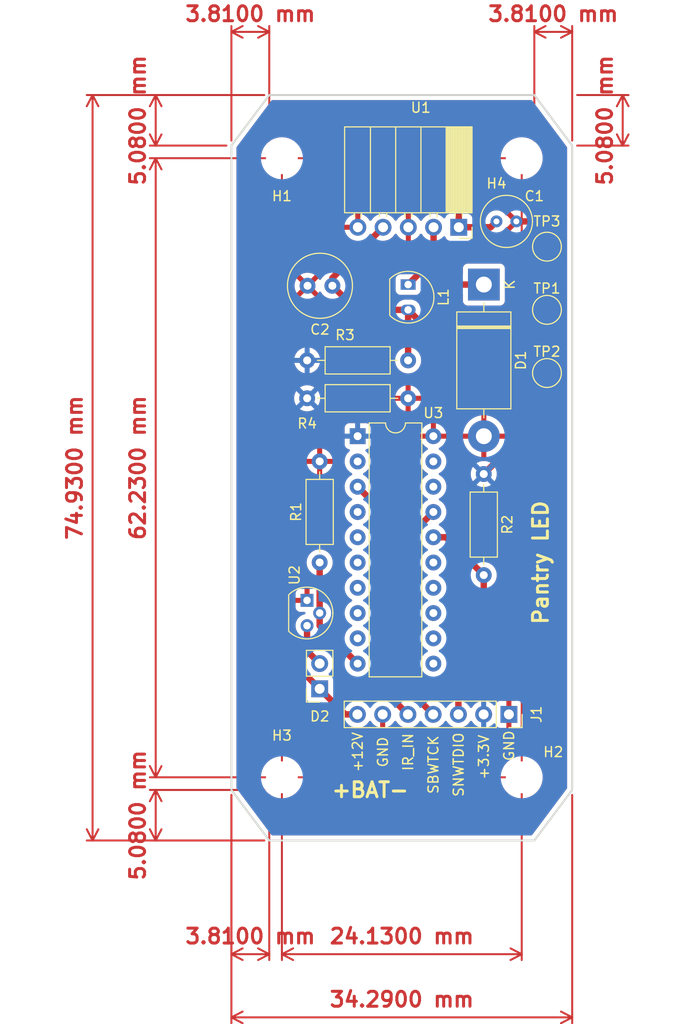
<source format=kicad_pcb>
(kicad_pcb (version 20211014) (generator pcbnew)
  (layers (0 "F.Cu" signal) (31 "B.Cu" signal) (34 "B.Paste" user) (35 "F.Paste" user) (36 "B.SilkS" user "B.Silkscreen") (37 "F.SilkS" user "F.Silkscreen") (38 "B.Mask" user) (39 "F.Mask" user) (44 "Edge.Cuts" user))
  (net 0 "")
  (net 1 "+12V")
  (net 2 "GND")
  (net 3 "+5V")
  (net 4 "Net-(D1-Pad1)")
  (net 5 "Net-(R1-Pad1)")
  (net 6 "+3.3V")
  (net 7 "SBWTDIO")
  (net 20 "SBWTCK")
  (net 23 "Net-(D2-Pad2)")
  (net 24 "Net-(U3-Pad3)")
  (footprint "Connector_PinSocket_2.54mm:PinSocket_1x07_P2.54mm_Vertical" (layer "F.Cu") (at 152.38 106.705 -90)
    (fp_text reference "J1" (at 0 -2.77 90) (layer "F.SilkS"))
    (fp_text value "Conn_01x06_Male")
    (fp_line (start -1.33 1.27) (end -1.33 16.57) (layer "F.SilkS") (width 0.12))
    (fp_line (start 0 -1.33) (end 1.33 -1.33) (layer "F.SilkS") (width 0.12))
    (fp_line (start -1.33 1.27) (end 1.33 1.27) (layer "F.SilkS") (width 0.12))
    (fp_line (start 1.33 -1.33) (end 1.33 0) (layer "F.SilkS") (width 0.12))
    (fp_line (start 1.33 1.27) (end 1.33 16.57) (layer "F.SilkS") (width 0.12))
    (fp_line (start -1.33 16.57) (end 1.33 16.57) (layer "F.SilkS") (width 0.12))
    (pad "1" thru_hole rect (at 0 0 270) (size 1.7 1.7) (drill 1) (layers *.Cu *.Mask) (net 2 "GND"))
    (pad "2" thru_hole oval (at 0 2.54 270) (size 1.7 1.7) (drill 1) (layers *.Cu *.Mask) (net 6 "+3.3V"))
    (pad "3" thru_hole oval (at 0 5.08 270) (size 1.7 1.7) (drill 1) (layers *.Cu *.Mask) (net 7 "SBWTDIO"))
    (pad "4" thru_hole oval (at 0 7.62 270) (size 1.7 1.7) (drill 1) (layers *.Cu *.Mask) (net 20 "SBWTCK"))
    (pad "5" thru_hole oval (at 0 10.16 270) (size 1.7 1.7) (drill 1) (layers *.Cu *.Mask) (net 24 "Net-(U3-Pad3)"))
    (pad "6" thru_hole oval (at 0 12.7 270) (size 1.7 1.7) (drill 1) (layers *.Cu *.Mask) (net 2 "GND"))
    (pad "7" thru_hole oval (at 0 15.24 270) (size 1.7 1.7) (drill 1) (layers *.Cu *.Mask) (net 1 "+12V"))
  )
  (footprint "Diode_THT:D_DO-201AD_P15.24mm_Horizontal" (layer "F.Cu") (at 149.86 63.5 -90)
    (fp_text reference "D1" (at 7.62 -3.72 90) (layer "F.SilkS"))
    (fp_text value "1N5822")
    (fp_text user "K" (at 0 -2.6 90) (layer "F.SilkS"))
    (fp_line (start 13.4 0) (end 12.49 0) (layer "F.SilkS") (width 0.12))
    (fp_line (start 1.84 0) (end 2.75 0) (layer "F.SilkS") (width 0.12))
    (fp_line (start 12.49 -2.72) (end 2.75 -2.72) (layer "F.SilkS") (width 0.12))
    (fp_line (start 2.75 2.72) (end 12.49 2.72) (layer "F.SilkS") (width 0.12))
    (fp_line (start 4.175 -2.72) (end 4.175 2.72) (layer "F.SilkS") (width 0.12))
    (fp_line (start 4.295 -2.72) (end 4.295 2.72) (layer "F.SilkS") (width 0.12))
    (fp_line (start 12.49 2.72) (end 12.49 -2.72) (layer "F.SilkS") (width 0.12))
    (fp_line (start 2.75 -2.72) (end 2.75 2.72) (layer "F.SilkS") (width 0.12))
    (fp_line (start 4.415 -2.72) (end 4.415 2.72) (layer "F.SilkS") (width 0.12))
    (pad "1" thru_hole rect (at 0 0 270) (size 3.2 3.2) (drill 1.6) (layers *.Cu *.Mask) (net 4 "Net-(D1-Pad1)"))
    (pad "2" thru_hole oval (at 15.24 0 270) (size 3.2 3.2) (drill 1.6) (layers *.Cu *.Mask) (net 2 "GND"))
  )
  (footprint "MountingHole:MountingHole_3.2mm_M3" (layer "F.Cu") (at 129.54 113.03)
    (fp_text reference "H3" (at 0 -4.2) (layer "F.SilkS"))
    (fp_text value "MountingHole")
    (pad "" np_thru_hole circle (at 0 0) (size 3.2 3.2) (drill 3.2) (layers *.Cu *.Mask))
  )
  (footprint "MountingHole:MountingHole_3.2mm_M3" (layer "F.Cu") (at 153.67 50.8)
    (fp_text reference "H4" (at -2.54 2.54) (layer "F.SilkS"))
    (fp_text value "MountingHole")
    (pad "" np_thru_hole circle (at 0 0) (size 3.2 3.2) (drill 3.2) (layers *.Cu *.Mask))
  )
  (footprint "Connector_PinSocket_2.54mm:PinSocket_1x02_P2.54mm_Vertical" (layer "F.Cu") (at 133.34 104.135 180)
    (fp_text reference "D2" (at -0.01 -2.77) (layer "F.SilkS"))
    (fp_text value "LED")
    (fp_line (start -1.33 3.87) (end 1.33 3.87) (layer "F.SilkS") (width 0.12))
    (fp_line (start 1.33 1.27) (end 1.33 3.87) (layer "F.SilkS") (width 0.12))
    (fp_line (start 1.33 -1.33) (end 1.33 0) (layer "F.SilkS") (width 0.12))
    (fp_line (start -1.33 1.27) (end 1.33 1.27) (layer "F.SilkS") (width 0.12))
    (fp_line (start 0 -1.33) (end 1.33 -1.33) (layer "F.SilkS") (width 0.12))
    (fp_line (start -1.33 1.27) (end -1.33 3.87) (layer "F.SilkS") (width 0.12))
    (pad "1" thru_hole rect (at 0 0 180) (size 1.7 1.7) (drill 1) (layers *.Cu *.Mask) (net 1 "+12V"))
    (pad "2" thru_hole oval (at 0 2.54 180) (size 1.7 1.7) (drill 1) (layers *.Cu *.Mask) (net 23 "Net-(D2-Pad2)"))
  )
  (footprint "Connector_PinSocket_2.54mm:PinSocket_1x05_P2.54mm_Horizontal" (layer "F.Cu") (at 147.34 57.74 -90)
    (fp_text reference "U1" (at -12.02 3.83 180) (layer "F.SilkS"))
    (fp_text value "LM2576HVS-3.3")
    (fp_line (start -1.46 0.36) (end -1.11 0.36) (layer "F.SilkS") (width 0.12))
    (fp_line (start -10.09 -1.21) (end -1.46 -1.21) (layer "F.SilkS") (width 0.12))
    (fp_line (start -1.46 7.98) (end -1.05 7.98) (layer "F.SilkS") (width 0.12))
    (fp_line (start -1.46 4.72) (end -1.05 4.72) (layer "F.SilkS") (width 0.12))
    (fp_line (start -10.09 -0.147145) (end -1.46 -0.147145) (layer "F.SilkS") (width 0.12))
    (fp_line (start -10.09 -0.383335) (end -1.46 -0.383335) (layer "F.SilkS") (width 0.12))
    (fp_line (start -10.09 1.1519) (end -1.46 1.1519) (layer "F.SilkS") (width 0.12))
    (fp_line (start -1.46 -0.36) (end -1.11 -0.36) (layer "F.SilkS") (width 0.12))
    (fp_line (start -1.46 9.8) (end -1.05 9.8) (layer "F.SilkS") (width 0.12))
    (fp_line (start -10.09 -0.02905) (end -1.46 -0.02905) (layer "F.SilkS") (width 0.12))
    (fp_line (start -10.09 3.81) (end -1.46 3.81) (layer "F.SilkS") (width 0.12))
    (fp_line (start -1.46 7.26) (end -1.05 7.26) (layer "F.SilkS") (width 0.12))
    (fp_line (start -10.09 6.35) (end -1.46 6.35) (layer "F.SilkS") (width 0.12))
    (fp_line (start -10.09 1.033805) (end -1.46 1.033805) (layer "F.SilkS") (width 0.12))
    (fp_line (start -10.09 -0.26524) (end -1.46 -0.26524) (layer "F.SilkS") (width 0.12))
    (fp_line (start -1.46 10.52) (end -1.05 10.52) (layer "F.SilkS") (width 0.12))
    (fp_line (start -10.09 -1.33) (end -1.46 -1.33) (layer "F.SilkS") (width 0.12))
    (fp_line (start -1.46 2.18) (end -1.05 2.18) (layer "F.SilkS") (width 0.12))
    (fp_line (start -1.46 2.9) (end -1.05 2.9) (layer "F.SilkS") (width 0.12))
    (fp_line (start 0 -1.33) (end 1.11 -1.33) (layer "F.SilkS") (width 0.12))
    (fp_line (start -10.09 11.49) (end -1.46 11.49) (layer "F.SilkS") (width 0.12))
    (fp_line (start -10.09 -0.619525) (end -1.46 -0.619525) (layer "F.SilkS") (width 0.12))
    (fp_line (start -10.09 -1.33) (end -10.09 11.49) (layer "F.SilkS") (width 0.12))
    (fp_line (start -10.09 0.797615) (end -1.46 0.797615) (layer "F.SilkS") (width 0.12))
    (fp_line (start -10.09 0.325235) (end -1.46 0.325235) (layer "F.SilkS") (width 0.12))
    (fp_line (start -10.09 1.27) (end -1.46 1.27) (layer "F.SilkS") (width 0.12))
    (fp_line (start -10.09 -0.97381) (end -1.46 -0.97381) (layer "F.SilkS") (width 0.12))
    (fp_line (start -10.09 0.91571) (end -1.46 0.91571) (layer "F.SilkS") (width 0.12))
    (fp_line (start -10.09 8.89) (end -1.46 8.89) (layer "F.SilkS") (width 0.12))
    (fp_line (start -10.09 -0.73762) (end -1.46 -0.73762) (layer "F.SilkS") (width 0.12))
    (fp_line (start -1.46 5.44) (end -1.05 5.44) (layer "F.SilkS") (width 0.12))
    (fp_line (start -10.09 -1.091905) (end -1.46 -1.091905) (layer "F.SilkS") (width 0.12))
    (fp_line (start -10.09 0.089045) (end -1.46 0.089045) (layer "F.SilkS") (width 0.12))
    (fp_line (start -10.09 -0.50143) (end -1.46 -0.50143) (layer "F.SilkS") (width 0.12))
    (fp_line (start -1.46 -1.33) (end -1.46 11.49) (layer "F.SilkS") (width 0.12))
    (fp_line (start -10.09 0.44333) (end -1.46 0.44333) (layer "F.SilkS") (width 0.12))
    (fp_line (start 1.11 -1.33) (end 1.11 0) (layer "F.SilkS") (width 0.12))
    (fp_line (start -10.09 0.20714) (end -1.46 0.20714) (layer "F.SilkS") (width 0.12))
    (fp_line (start -10.09 0.561425) (end -1.46 0.561425) (layer "F.SilkS") (width 0.12))
    (fp_line (start -10.09 0.67952) (end -1.46 0.67952) (layer "F.SilkS") (width 0.12))
    (fp_line (start -10.09 -0.855715) (end -1.46 -0.855715) (layer "F.SilkS") (width 0.12))
    (pad "1" thru_hole rect (at 0 0 270) (size 1.7 1.7) (drill 1) (layers *.Cu *.Mask) (net 1 "+12V"))
    (pad "2" thru_hole oval (at 0 2.54 270) (size 1.7 1.7) (drill 1) (layers *.Cu *.Mask) (net 4 "Net-(D1-Pad1)"))
    (pad "3" thru_hole oval (at 0 5.08 270) (size 1.7 1.7) (drill 1) (layers *.Cu *.Mask) (net 2 "GND"))
    (pad "4" thru_hole oval (at 0 7.62 270) (size 1.7 1.7) (drill 1) (layers *.Cu *.Mask) (net 3 "+5V"))
    (pad "5" thru_hole oval (at 0 10.16 270) (size 1.7 1.7) (drill 1) (layers *.Cu *.Mask) (net 2 "GND"))
  )
  (footprint "TestPoint:TestPoint_Pad_D2.5mm" (layer "F.Cu") (at 156.21 59.69)
    (fp_text reference "TP3" (at 0 -2.54) (layer "F.SilkS"))
    (fp_text value "GND")
    (fp_circle (center 0 0) (end 0 1.45) (layer "F.SilkS") (width 0.12) (fill none))
    (pad "1" smd circle (at 0 0) (size 2.5 2.5) (layers "F.Cu" "F.Mask") (net 2 "GND"))
  )
  (footprint "TestPoint:TestPoint_Pad_D2.5mm" (layer "F.Cu") (at 156.21 72.39)
    (fp_text reference "TP2" (at 0 -2.148) (layer "F.SilkS"))
    (fp_text value "3.3V Rail")
    (fp_circle (center 0 0) (end 0 1.45) (layer "F.SilkS") (width 0.12) (fill none))
    (pad "1" smd circle (at 0 0) (size 2.5 2.5) (layers "F.Cu" "F.Mask") (net 6 "+3.3V"))
  )
  (footprint "Resistor_THT:R_Axial_DIN0207_L6.3mm_D2.5mm_P10.16mm_Horizontal" (layer "F.Cu") (at 149.85 82.545 -90)
    (fp_text reference "R2" (at 5.08 -2.37 -90) (layer "F.SilkS"))
    (fp_text value "1k")
    (fp_line (start 1.04 0) (end 1.81 0) (layer "F.SilkS") (width 0.12))
    (fp_line (start 1.81 -1.37) (end 1.81 1.37) (layer "F.SilkS") (width 0.12))
    (fp_line (start 8.35 1.37) (end 8.35 -1.37) (layer "F.SilkS") (width 0.12))
    (fp_line (start 1.81 1.37) (end 8.35 1.37) (layer "F.SilkS") (width 0.12))
    (fp_line (start 8.35 -1.37) (end 1.81 -1.37) (layer "F.SilkS") (width 0.12))
    (fp_line (start 9.12 0) (end 8.35 0) (layer "F.SilkS") (width 0.12))
    (pad "1" thru_hole circle (at 0 0 270) (size 1.6 1.6) (drill 0.8) (layers *.Cu *.Mask) (net 6 "+3.3V"))
    (pad "2" thru_hole oval (at 10.16 0 270) (size 1.6 1.6) (drill 0.8) (layers *.Cu *.Mask) (net 7 "SBWTDIO"))
  )
  (footprint "Resistor_THT:R_Axial_DIN0207_L6.3mm_D2.5mm_P10.16mm_Horizontal" (layer "F.Cu") (at 133.34 91.435 90)
    (fp_text reference "R1" (at 5.08 -2.37 90) (layer "F.SilkS"))
    (fp_text value "1k")
    (fp_line (start 9.12 0) (end 8.35 0) (layer "F.SilkS") (width 0.12))
    (fp_line (start 1.04 0) (end 1.81 0) (layer "F.SilkS") (width 0.12))
    (fp_line (start 1.81 -1.37) (end 1.81 1.37) (layer "F.SilkS") (width 0.12))
    (fp_line (start 8.35 -1.37) (end 1.81 -1.37) (layer "F.SilkS") (width 0.12))
    (fp_line (start 8.35 1.37) (end 8.35 -1.37) (layer "F.SilkS") (width 0.12))
    (fp_line (start 1.81 1.37) (end 8.35 1.37) (layer "F.SilkS") (width 0.12))
    (pad "1" thru_hole circle (at 0 0 90) (size 1.6 1.6) (drill 0.8) (layers *.Cu *.Mask) (net 5 "Net-(R1-Pad1)"))
    (pad "2" thru_hole oval (at 10.16 0 90) (size 1.6 1.6) (drill 0.8) (layers *.Cu *.Mask) (net 2 "GND"))
  )
  (footprint "Package_TO_SOT_THT:TO-92" (layer "F.Cu") (at 132.07 95.245 -90)
    (fp_text reference "U2" (at -2.535 1.26 90) (layer "F.SilkS"))
    (fp_text value "VN2106N3-G ")
    (fp_line (start -0.53 1.85) (end 3.07 1.85) (layer "F.SilkS") (width 0.12))
    (fp_arc (start 1.27 -2.6) (mid 3.672087 -0.994977) (end 3.108478 1.838478) (layer "F.SilkS") (width 0.12))
    (fp_arc (start -0.568478 1.838478) (mid -1.132087 -0.994977) (end 1.27 -2.6) (layer "F.SilkS") (width 0.12))
    (pad "1" thru_hole rect (at 0 0 270) (size 1.3 1.3) (drill 0.75) (layers *.Cu *.Mask) (net 2 "GND"))
    (pad "2" thru_hole circle (at 1.27 -1.27 270) (size 1.3 1.3) (drill 0.75) (layers *.Cu *.Mask) (net 5 "Net-(R1-Pad1)"))
    (pad "3" thru_hole circle (at 2.54 0 270) (size 1.3 1.3) (drill 0.75) (layers *.Cu *.Mask) (net 23 "Net-(D2-Pad2)"))
  )
  (footprint "TestPoint:TestPoint_Pad_D2.5mm" (layer "F.Cu") (at 156.21 66.04)
    (fp_text reference "TP1" (at 0 -2.148) (layer "F.SilkS"))
    (fp_text value "5V Rail")
    (fp_circle (center 0 0) (end 0 1.45) (layer "F.SilkS") (width 0.12) (fill none))
    (pad "1" smd circle (at 0 0) (size 2.5 2.5) (layers "F.Cu" "F.Mask") (net 3 "+5V"))
  )
  (footprint "MountingHole:MountingHole_3.2mm_M3" (layer "F.Cu") (at 129.54 50.8)
    (fp_text reference "H1" (at 0 3.81) (layer "F.SilkS"))
    (fp_text value "MountingHole")
    (pad "" np_thru_hole circle (at 0 0) (size 3.2 3.2) (drill 3.2) (layers *.Cu *.Mask))
  )
  (footprint "MountingHole:MountingHole_3.2mm_M3" (layer "F.Cu") (at 153.67 113.03)
    (fp_text reference "H2" (at 3.175 -2.54) (layer "F.SilkS"))
    (fp_text value "MountingHole")
    (pad "" np_thru_hole circle locked (at 0 0) (size 3.2 3.2) (drill 3.2) (layers *.Cu *.Mask))
  )
  (footprint "Capacitor_THT:C_Radial_D6.3mm_H5.0mm_P2.50mm" (layer "F.Cu") (at 134.62 63.62 180)
    (fp_text reference "C2" (at 1.25 -4.4) (layer "F.SilkS"))
    (fp_text value "1000u")
    (fp_circle (center 1.25 0) (end 4.52 0) (layer "F.SilkS") (width 0.12) (fill none))
    (pad "1" thru_hole circle (at 0 0 180) (size 1.6 1.6) (drill 0.8) (layers *.Cu *.Mask) (net 3 "+5V"))
    (pad "2" thru_hole circle (at 2.5 0 180) (size 1.6 1.6) (drill 0.8) (layers *.Cu *.Mask) (net 2 "GND"))
  )
  (footprint "Package_TO_SOT_THT:TO-92-2" (layer "F.Cu") (at 142.24 63.5 -90)
    (fp_text reference "L1" (at 1.27 -3.56 90) (layer "F.SilkS"))
    (fp_text value "100u")
    (fp_line (start -0.53 1.85) (end 3.07 1.85) (layer "F.SilkS") (width 0.12))
    (fp_arc (start 1.27 -2.6) (mid 3.672087 -0.994977) (end 3.108478 1.838478) (layer "F.SilkS") (width 0.12))
    (fp_arc (start -0.568478 1.838478) (mid -1.132087 -0.994977) (end 1.27 -2.6) (layer "F.SilkS") (width 0.12))
    (pad "1" thru_hole rect (at 0 0 270) (size 1.05 1.5) (drill 0.75) (layers *.Cu *.Mask) (net 4 "Net-(D1-Pad1)"))
    (pad "2" thru_hole oval (at 2.54 0 270) (size 1.05 1.5) (drill 0.75) (layers *.Cu *.Mask) (net 3 "+5V"))
  )
  (footprint "Capacitor_THT:C_Radial_D5.0mm_H7.0mm_P2.00mm" (layer "F.Cu") (at 151.13 57.15)
    (fp_text reference "C1" (at 3.81 -2.54) (layer "F.SilkS"))
    (fp_text value "100u")
    (fp_circle (center 1 0) (end 3.62 0) (layer "F.SilkS") (width 0.12) (fill none))
    (pad "1" thru_hole circle (at 0 0) (size 1.2 1.2) (drill 0.6) (layers *.Cu *.Mask) (net 1 "+12V"))
    (pad "2" thru_hole circle (at 2 0) (size 1.2 1.2) (drill 0.6) (layers *.Cu *.Mask) (net 2 "GND"))
  )
  (footprint "Resistor_THT:R_Axial_DIN0207_L6.3mm_D2.5mm_P10.16mm_Horizontal" (layer "F.Cu") (at 142.24 71.12 180)
    (fp_text reference "R3" (at 6.35 2.54) (layer "F.SilkS"))
    (fp_text value "2k")
    (fp_line (start 1.81 -1.37) (end 1.81 1.37) (layer "F.SilkS") (width 0.12))
    (fp_line (start 1.04 0) (end 1.81 0) (layer "F.SilkS") (width 0.12))
    (fp_line (start 1.81 1.37) (end 8.35 1.37) (layer "F.SilkS") (width 0.12))
    (fp_line (start 9.12 0) (end 8.35 0) (layer "F.SilkS") (width 0.12))
    (fp_line (start 8.35 1.37) (end 8.35 -1.37) (layer "F.SilkS") (width 0.12))
    (fp_line (start 8.35 -1.37) (end 1.81 -1.37) (layer "F.SilkS") (width 0.12))
    (pad "1" thru_hole circle (at 0 0 180) (size 1.6 1.6) (drill 0.8) (layers *.Cu *.Mask) (net 3 "+5V"))
    (pad "2" thru_hole oval (at 10.16 0 180) (size 1.6 1.6) (drill 0.8) (layers *.Cu *.Mask) (net 6 "+3.3V"))
  )
  (footprint "Resistor_THT:R_Axial_DIN0207_L6.3mm_D2.5mm_P10.16mm_Horizontal" (layer "F.Cu") (at 132.08 74.93)
    (fp_text reference "R4" (at 0 2.54) (layer "F.SilkS"))
    (fp_text value "4k")
    (fp_line (start 1.81 1.37) (end 8.35 1.37) (layer "F.SilkS") (width 0.12))
    (fp_line (start 9.12 0) (end 8.35 0) (layer "F.SilkS") (width 0.12))
    (fp_line (start 8.35 1.37) (end 8.35 -1.37) (layer "F.SilkS") (width 0.12))
    (fp_line (start 1.04 0) (end 1.81 0) (layer "F.SilkS") (width 0.12))
    (fp_line (start 1.81 -1.37) (end 1.81 1.37) (layer "F.SilkS") (width 0.12))
    (fp_line (start 8.35 -1.37) (end 1.81 -1.37) (layer "F.SilkS") (width 0.12))
    (pad "1" thru_hole circle (at 0 0) (size 1.6 1.6) (drill 0.8) (layers *.Cu *.Mask) (net 6 "+3.3V"))
    (pad "2" thru_hole oval (at 10.16 0) (size 1.6 1.6) (drill 0.8) (layers *.Cu *.Mask) (net 2 "GND"))
  )
  (footprint "Package_DIP:DIP-20_W7.62mm" (layer "F.Cu") (at 137.16 78.74)
    (fp_text reference "U3" (at 7.62 -2.33) (layer "F.SilkS"))
    (fp_text value "MSP430G2202IN20")
    (fp_line (start 2.81 -1.33) (end 1.16 -1.33) (layer "F.SilkS") (width 0.12))
    (fp_line (start 1.16 24.19) (end 6.46 24.19) (layer "F.SilkS") (width 0.12))
    (fp_line (start 6.46 -1.33) (end 4.81 -1.33) (layer "F.SilkS") (width 0.12))
    (fp_line (start 1.16 -1.33) (end 1.16 24.19) (layer "F.SilkS") (width 0.12))
    (fp_line (start 6.46 24.19) (end 6.46 -1.33) (layer "F.SilkS") (width 0.12))
    (fp_arc (start 4.81 -1.33) (mid 3.81 -0.33) (end 2.81 -1.33) (layer "F.SilkS") (width 0.12))
    (pad "1" thru_hole rect (at 0 0) (size 1.6 1.6) (drill 0.8) (layers *.Cu *.Mask) (net 6 "+3.3V"))
    (pad "2" thru_hole oval (at 0 2.54) (size 1.6 1.6) (drill 0.8) (layers *.Cu *.Mask))
    (pad "3" thru_hole oval (at 0 5.08) (size 1.6 1.6) (drill 0.8) (layers *.Cu *.Mask) (net 24 "Net-(U3-Pad3)"))
    (pad "4" thru_hole oval (at 0 7.62) (size 1.6 1.6) (drill 0.8) (layers *.Cu *.Mask))
    (pad "5" thru_hole oval (at 0 10.16) (size 1.6 1.6) (drill 0.8) (layers *.Cu *.Mask))
    (pad "6" thru_hole oval (at 0 12.7) (size 1.6 1.6) (drill 0.8) (layers *.Cu *.Mask))
    (pad "7" thru_hole oval (at 0 15.24) (size 1.6 1.6) (drill 0.8) (layers *.Cu *.Mask))
    (pad "8" thru_hole oval (at 0 17.78) (size 1.6 1.6) (drill 0.8) (layers *.Cu *.Mask))
    (pad "9" thru_hole oval (at 0 20.32) (size 1.6 1.6) (drill 0.8) (layers *.Cu *.Mask))
    (pad "10" thru_hole oval (at 0 22.86) (size 1.6 1.6) (drill 0.8) (layers *.Cu *.Mask) (net 5 "Net-(R1-Pad1)"))
    (pad "11" thru_hole oval (at 7.62 22.86) (size 1.6 1.6) (drill 0.8) (layers *.Cu *.Mask))
    (pad "12" thru_hole oval (at 7.62 20.32) (size 1.6 1.6) (drill 0.8) (layers *.Cu *.Mask))
    (pad "13" thru_hole oval (at 7.62 17.78) (size 1.6 1.6) (drill 0.8) (layers *.Cu *.Mask))
    (pad "14" thru_hole oval (at 7.62 15.24) (size 1.6 1.6) (drill 0.8) (layers *.Cu *.Mask))
    (pad "15" thru_hole oval (at 7.62 12.7) (size 1.6 1.6) (drill 0.8) (layers *.Cu *.Mask))
    (pad "16" thru_hole oval (at 7.62 10.16) (size 1.6 1.6) (drill 0.8) (layers *.Cu *.Mask) (net 7 "SBWTDIO"))
    (pad "17" thru_hole oval (at 7.62 7.62) (size 1.6 1.6) (drill 0.8) (layers *.Cu *.Mask) (net 20 "SBWTCK"))
    (pad "18" thru_hole oval (at 7.62 5.08) (size 1.6 1.6) (drill 0.8) (layers *.Cu *.Mask))
    (pad "19" thru_hole oval (at 7.62 2.54) (size 1.6 1.6) (drill 0.8) (layers *.Cu *.Mask))
    (pad "20" thru_hole oval (at 7.62 0) (size 1.6 1.6) (drill 0.8) (layers *.Cu *.Mask) (net 2 "GND"))
  )
  (gr_rect (start 129.54 50.8) (end 153.67 113.03) (layer "F.Cu") (width 0.2) (fill none))
  (gr_poly (pts (xy 158.75 49.53) (xy 158.75 114.3) (xy 154.94 119.38) (xy 128.27 119.38) (xy 124.46 114.3) (xy 124.46 49.53) (xy 128.27 44.45) (xy 154.94 44.45)) (layer "Edge.Cuts") (width 0.2) (fill none))
  (gr_text "+12V" (at 137.16 110.49 90) (layer "F.SilkS") (effects (font (size 1 1))))
  (gr_text "IR_IN" (at 142.24 110.49 90) (layer "F.SilkS") (effects (font (size 1 1))))
  (gr_text "SNWTDIO" (at 147.32 111.76 90) (layer "F.SilkS") (effects (font (size 1 1))))
  (gr_text "+BAT-" (at 138.43 114.3) (layer "F.SilkS") (effects (font (size 1.5 1.5) (thickness 0.3))))
  (gr_text "  +3.3V" (at 149.86 111.76 90) (layer "F.SilkS") (effects (font (size 1 1))))
  (gr_text "GND" (at 152.4 109.855 90) (layer "F.SilkS") (effects (font (size 1 1))))
  (gr_text "SBWTCK" (at 144.78 111.76 90) (layer "F.SilkS") (effects (font (size 1 1))))
  (gr_text "GND" (at 139.7 110.49 90) (layer "F.SilkS") (effects (font (size 1 1))))
  (gr_text "Pantry LED" (at 155.575 91.44 90) (layer "F.SilkS") (effects (font (size 1.5 1.5) (thickness 0.3))))
  (dimension (type aligned) (layer "F.Cu") (pts (xy 128.27 119.38) (xy 128.27 44.45)) (height -17.78) (gr_text "74.9300 mm" (at 108.69 81.915 90) (layer "F.Cu") (effects (font (size 1.5 1.5) (thickness 0.3)))) (format (units 3) (units_format 1) (precision 4)) (style (thickness 0.2) (arrow_length 1.27) (text_position_mode 0) (extension_height 0.58642) (extension_offset 0.5) keep_text_aligned))
  (dimension (type aligned) (layer "F.Cu") (pts (xy 124.46 49.53) (xy 128.27 49.53)) (height -11.43) (gr_text "3.8100 mm" (at 126.365 36.3) (layer "F.Cu") (effects (font (size 1.5 1.5) (thickness 0.3)))) (format (units 3) (units_format 1) (precision 4)) (style (thickness 0.2) (arrow_length 1.27) (text_position_mode 0) (extension_height 0.58642) (extension_offset 0.5) keep_text_aligned))
  (dimension (type aligned) (layer "F.Cu") (pts (xy 124.46 49.53) (xy 124.46 44.45)) (height -7.62) (gr_text "5.0800 mm" (at 115.04 46.99 90) (layer "F.Cu") (effects (font (size 1.5 1.5) (thickness 0.3)))) (format (units 3) (units_format 1) (precision 4)) (style (thickness 0.2) (arrow_length 1.27) (text_position_mode 0) (extension_height 0.58642) (extension_offset 0.5) keep_text_aligned))
  (dimension (type aligned) (layer "F.Cu") (pts (xy 129.54 113.03) (xy 129.54 50.8)) (height -12.7) (gr_text "62.2300 mm" (at 115.04 81.915 90) (layer "F.Cu") (effects (font (size 1.5 1.5) (thickness 0.3)))) (format (units 3) (units_format 1) (precision 4)) (style (thickness 0.2) (arrow_length 1.27) (text_position_mode 0) (extension_height 0.58642) (extension_offset 0.5) keep_text_aligned))
  (dimension (type aligned) (layer "F.Cu") (pts (xy 158.75 49.53) (xy 158.75 44.45)) (height 5.08) (gr_text "5.0800 mm" (at 162.03 46.99 90) (layer "F.Cu") (effects (font (size 1.5 1.5) (thickness 0.3)))) (format (units 3) (units_format 1) (precision 4)) (style (thickness 0.2) (arrow_length 1.27) (text_position_mode 0) (extension_height 0.58642) (extension_offset 0.5) keep_text_aligned))
  (dimension (type aligned) (layer "F.Cu") (pts (xy 158.75 49.53) (xy 154.94 49.53)) (height 11.43) (gr_text "3.8100 mm" (at 156.845 36.3) (layer "F.Cu") (effects (font (size 1.5 1.5) (thickness 0.3)))) (format (units 3) (units_format 1) (precision 4)) (style (thickness 0.2) (arrow_length 1.27) (text_position_mode 0) (extension_height 0.58642) (extension_offset 0.5) keep_text_aligned))
  (dimension (type aligned) (layer "F.Cu") (pts (xy 129.54 113.03) (xy 153.67 113.03)) (height 17.78) (gr_text "24.1300 mm" (at 141.605 129.01) (layer "F.Cu") (effects (font (size 1.5 1.5) (thickness 0.3)))) (format (units 3) (units_format 1) (precision 4)) (style (thickness 0.2) (arrow_length 1.27) (text_position_mode 0) (extension_height 0.58642) (extension_offset 0.5) keep_text_aligned))
  (dimension (type aligned) (layer "F.Cu") (pts (xy 128.27 119.38) (xy 128.27 114.3)) (height -11.43) (gr_text "5.0800 mm" (at 115.04 116.84 90) (layer "F.Cu") (effects (font (size 1.5 1.5) (thickness 0.3)))) (format (units 3) (units_format 1) (precision 4)) (style (thickness 0.2) (arrow_length 1.27) (text_position_mode 0) (extension_height 0.58642) (extension_offset 0.5) keep_text_aligned))
  (dimension (type aligned) (layer "F.Cu") (pts (xy 124.46 114.3) (xy 158.75 114.3)) (height 22.86) (gr_text "34.2900 mm" (at 141.605 135.36) (layer "F.Cu") (effects (font (size 1.5 1.5) (thickness 0.3)))) (format (units 3) (units_format 1) (precision 4)) (style (thickness 0.2) (arrow_length 1.27) (text_position_mode 0) (extension_height 0.58642) (extension_offset 0.5) keep_text_aligned))
  (dimension (type aligned) (layer "F.Cu") (pts (xy 124.46 114.3) (xy 128.27 114.3)) (height 16.51) (gr_text "3.8100 mm" (at 126.365 129.01) (layer "F.Cu") (effects (font (size 1.5 1.5) (thickness 0.3)))) (format (units 3) (units_format 1) (precision 4)) (style (thickness 0.2) (arrow_length 1.27) (text_position_mode 0) (extension_height 0.58642) (extension_offset 0.5) keep_text_aligned))
  (segment (start 129.54 58.42) (end 129.54 100.335) (width 0.6438) (layer "F.Cu") (net 1))
  (segment (start 150.54 57.74) (end 151.13 57.15) (width 0.6438) (layer "F.Cu") (net 1))
  (segment (start 135.915 106.705) (end 137.14 106.705) (width 0.6438) (layer "F.Cu") (net 1))
  (segment (start 146.05 53.975) (end 133.985 53.975) (width 0.6438) (layer "F.Cu") (net 1))
  (segment (start 129.54 100.335) (end 133.34 104.135) (width 0.6438) (layer "F.Cu") (net 1))
  (segment (start 133.985 53.975) (end 129.54 58.42) (width 0.6438) (layer "F.Cu") (net 1))
  (segment (start 133.34 104.135) (end 135.885 106.68) (width 0.6438) (layer "F.Cu") (net 1))
  (segment (start 147.34 57.74) (end 147.34 55.265) (width 0.6438) (layer "F.Cu") (net 1))
  (segment (start 135.885 106.68) (end 135.89 106.68) (width 0.6438) (layer "F.Cu") (net 1))
  (segment (start 135.89 106.68) (end 135.915 106.705) (width 0.6438) (layer "F.Cu") (net 1))
  (segment (start 147.34 57.74) (end 150.54 57.74) (width 0.6438) (layer "F.Cu") (net 1))
  (segment (start 147.34 55.265) (end 146.05 53.975) (width 0.6438) (layer "F.Cu") (net 1))
  (segment (start 156.21 59.69) (end 156.21 58.42) (width 0.6438) (layer "F.Cu") (net 2))
  (segment (start 154.94 57.15) (end 153.13 57.15) (width 0.6438) (layer "F.Cu") (net 2))
  (segment (start 156.21 58.42) (end 154.94 57.15) (width 0.6438) (layer "F.Cu") (net 2))
  (segment (start 154.94 67.31) (end 156.21 66.04) (width 0.6438) (layer "F.Cu") (net 3))
  (segment (start 143.51 67.31) (end 154.94 67.31) (width 0.6438) (layer "F.Cu") (net 3))
  (segment (start 142.24 66.04) (end 142.24 71.12) (width 0.6438) (layer "F.Cu") (net 3))
  (segment (start 134.62 62.84) (end 139.72 57.74) (width 0.6438) (layer "F.Cu") (net 3))
  (segment (start 134.62 63.62) (end 134.62 62.84) (width 0.6438) (layer "F.Cu") (net 3))
  (segment (start 142.24 66.04) (end 143.51 67.31) (width 0.6438) (layer "F.Cu") (net 3))
  (segment (start 137.04 66.04) (end 142.24 66.04) (width 0.6438) (layer "F.Cu") (net 3))
  (segment (start 134.62 63.62) (end 137.04 66.04) (width 0.6438) (layer "F.Cu") (net 3))
  (segment (start 147.32 63.5) (end 149.86 63.5) (width 0.6438) (layer "F.Cu") (net 4))
  (segment (start 144.8 60.94) (end 144.78 60.96) (width 0.6438) (layer "F.Cu") (net 4))
  (segment (start 142.24 63.5) (end 144.8 60.94) (width 0.6438) (layer "F.Cu") (net 4))
  (segment (start 144.78 60.96) (end 147.32 63.5) (width 0.6438) (layer "F.Cu") (net 4))
  (segment (start 144.8 60.94) (end 144.8 57.74) (width 0.6438) (layer "F.Cu") (net 4))
  (segment (start 133.34 96.515) (end 133.34 91.435) (width 0.6438) (layer "F.Cu") (net 5))
  (segment (start 133.34 97.785) (end 137.155 101.6) (width 0.6438) (layer "F.Cu") (net 5))
  (segment (start 133.34 96.515) (end 133.34 97.785) (width 0.6438) (layer "F.Cu") (net 5))
  (segment (start 137.155 101.6) (end 137.16 101.6) (width 0.6438) (layer "F.Cu") (net 5))
  (segment (start 156.21 76.185) (end 156.21 72.39) (width 0.6438) (layer "F.Cu") (net 6))
  (segment (start 149.85 82.545) (end 156.21 76.185) (width 0.6438) (layer "F.Cu") (net 6))
  (segment (start 146.045 88.9) (end 149.85 92.705) (width 0.6438) (layer "F.Cu") (net 7))
  (segment (start 147.3 106.705) (end 147.3 104.145) (width 0.6438) (layer "F.Cu") (net 7))
  (segment (start 149.85 101.595) (end 149.85 92.705) (width 0.6438) (layer "F.Cu") (net 7))
  (segment (start 147.3 104.145) (end 149.85 101.595) (width 0.6438) (layer "F.Cu") (net 7))
  (segment (start 144.78 88.9) (end 146.045 88.9) (width 0.6438) (layer "F.Cu") (net 7))
  (segment (start 142.23 104.175) (end 144.76 106.705) (width 0.6438) (layer "F.Cu") (net 20))
  (segment (start 142.23 88.91) (end 142.23 104.175) (width 0.6438) (layer "F.Cu") (net 20))
  (segment (start 142.23 88.91) (end 144.78 86.36) (width 0.6438) (layer "F.Cu") (net 20))
  (segment (start 144.78 106.68) (end 144.78 106.665) (width 0.6438) (layer "F.Cu") (net 20))
  (segment (start 132.07 97.785) (end 132.07 100.325) (width 0.6438) (layer "F.Cu") (net 23))
  (segment (start 132.07 100.325) (end 133.34 101.595) (width 0.6438) (layer "F.Cu") (net 23))
  (segment (start 139.7 86.36) (end 139.7 104.185) (width 0.6438) (layer "F.Cu") (net 24))
  (segment (start 139.7 104.185) (end 142.22 106.705) (width 0.6438) (layer "F.Cu") (net 24))
  (segment (start 137.16 83.82) (end 139.7 86.36) (width 0.6438) (layer "F.Cu") (net 24))
  (zone (net 2) (net_name "GND") (layer "F.Cu") (connect_pads (clearance 0.508)) (min_thickness 0.254) (fill yes (thermal_gap 0.508) (thermal_bridge_width 0.508))
    (polygon (pts (xy 167.64062 125.769678) (xy 165.1 125.73) (xy 125.73 125.73) (xy 123.19 125.73) (xy 123.19 44.45) (xy 125.73 44.45) (xy 163.83 44.45) (xy 166.37062 44.489678)))
  )
  (zone (net 6) (net_name "+3.3V") (layer "B.Cu") (connect_pads (clearance 0.508)) (min_thickness 0.254) (fill yes (thermal_gap 0.508) (thermal_bridge_width 0.508))
    (polygon (pts (xy 168.91 125.73) (xy 121.92 125.73) (xy 121.92 44.45) (xy 167.64 44.45)))
  )
)
</source>
